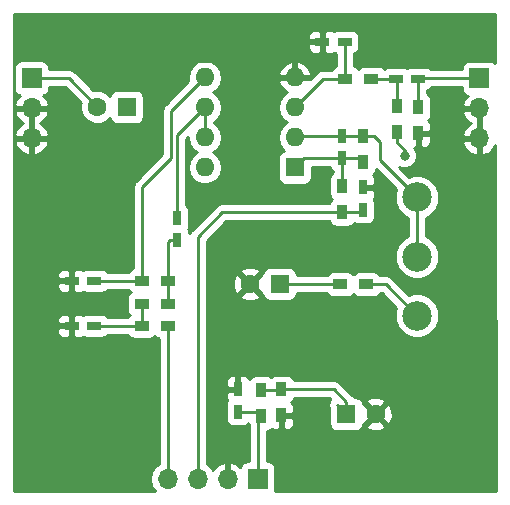
<source format=gbr>
G04 #@! TF.GenerationSoftware,KiCad,Pcbnew,(5.0.1-3-g963ef8bb5)*
G04 #@! TF.CreationDate,2018-12-13T09:38:25+09:00*
G04 #@! TF.ProjectId,guitarif,67756974617269662E6B696361645F70,rev?*
G04 #@! TF.SameCoordinates,Original*
G04 #@! TF.FileFunction,Copper,L1,Top,Signal*
G04 #@! TF.FilePolarity,Positive*
%FSLAX46Y46*%
G04 Gerber Fmt 4.6, Leading zero omitted, Abs format (unit mm)*
G04 Created by KiCad (PCBNEW (5.0.1-3-g963ef8bb5)) date 2018 December 13, Thursday 09:38:25*
%MOMM*%
%LPD*%
G01*
G04 APERTURE LIST*
G04 #@! TA.AperFunction,SMDPad,CuDef*
%ADD10R,1.200000X0.750000*%
G04 #@! TD*
G04 #@! TA.AperFunction,ComponentPad*
%ADD11C,1.600000*%
G04 #@! TD*
G04 #@! TA.AperFunction,ComponentPad*
%ADD12R,1.600000X1.600000*%
G04 #@! TD*
G04 #@! TA.AperFunction,SMDPad,CuDef*
%ADD13R,0.750000X1.200000*%
G04 #@! TD*
G04 #@! TA.AperFunction,ComponentPad*
%ADD14O,1.700000X1.700000*%
G04 #@! TD*
G04 #@! TA.AperFunction,ComponentPad*
%ADD15R,1.700000X1.700000*%
G04 #@! TD*
G04 #@! TA.AperFunction,SMDPad,CuDef*
%ADD16R,1.200000X0.900000*%
G04 #@! TD*
G04 #@! TA.AperFunction,SMDPad,CuDef*
%ADD17R,0.900000X1.200000*%
G04 #@! TD*
G04 #@! TA.AperFunction,ComponentPad*
%ADD18C,2.500000*%
G04 #@! TD*
G04 #@! TA.AperFunction,ComponentPad*
%ADD19O,1.600000X1.600000*%
G04 #@! TD*
G04 #@! TA.AperFunction,ViaPad*
%ADD20C,0.800000*%
G04 #@! TD*
G04 #@! TA.AperFunction,Conductor*
%ADD21C,0.250000*%
G04 #@! TD*
G04 #@! TA.AperFunction,Conductor*
%ADD22C,0.254000*%
G04 #@! TD*
G04 APERTURE END LIST*
D10*
G04 #@! TO.P,C1,2*
G04 #@! TO.N,Net-(C1-Pad2)*
X172650000Y-81450000D03*
G04 #@! TO.P,C1,1*
G04 #@! TO.N,/GND*
X170750000Y-81450000D03*
G04 #@! TD*
G04 #@! TO.P,C2,2*
G04 #@! TO.N,Net-(C2-Pad2)*
X200100000Y-60520000D03*
G04 #@! TO.P,C2,1*
G04 #@! TO.N,Net-(C2-Pad1)*
X198200000Y-60520000D03*
G04 #@! TD*
D11*
G04 #@! TO.P,C3,2*
G04 #@! TO.N,/GND*
X185840000Y-77900000D03*
D12*
G04 #@! TO.P,C3,1*
G04 #@! TO.N,Net-(C3-Pad1)*
X188340000Y-77900000D03*
G04 #@! TD*
D10*
G04 #@! TO.P,C4,1*
G04 #@! TO.N,/GND*
X170750000Y-77630000D03*
G04 #@! TO.P,C4,2*
G04 #@! TO.N,Net-(C4-Pad2)*
X172650000Y-77630000D03*
G04 #@! TD*
D13*
G04 #@! TO.P,C5,2*
G04 #@! TO.N,Net-(C5-Pad2)*
X179690000Y-72320000D03*
G04 #@! TO.P,C5,1*
G04 #@! TO.N,Net-(C5-Pad1)*
X179690000Y-74220000D03*
G04 #@! TD*
D10*
G04 #@! TO.P,C6,1*
G04 #@! TO.N,/GND*
X191950000Y-57400000D03*
G04 #@! TO.P,C6,2*
G04 #@! TO.N,Net-(C6-Pad2)*
X193850000Y-57400000D03*
G04 #@! TD*
D12*
G04 #@! TO.P,C7,1*
G04 #@! TO.N,Net-(C5-Pad2)*
X175420000Y-62920000D03*
D11*
G04 #@! TO.P,C7,2*
G04 #@! TO.N,Net-(C7-Pad2)*
X172920000Y-62920000D03*
G04 #@! TD*
D13*
G04 #@! TO.P,C8,1*
G04 #@! TO.N,Net-(C8-Pad1)*
X193620000Y-67250000D03*
G04 #@! TO.P,C8,2*
G04 #@! TO.N,Net-(C8-Pad2)*
X193620000Y-65350000D03*
G04 #@! TD*
G04 #@! TO.P,C9,1*
G04 #@! TO.N,/GND*
X184820000Y-86810000D03*
G04 #@! TO.P,C9,2*
G04 #@! TO.N,/3V3*
X184820000Y-88710000D03*
G04 #@! TD*
G04 #@! TO.P,C10,2*
G04 #@! TO.N,/GND*
X195390000Y-69720000D03*
G04 #@! TO.P,C10,1*
G04 #@! TO.N,/ADC_IN*
X195390000Y-71620000D03*
G04 #@! TD*
D11*
G04 #@! TO.P,C11,2*
G04 #@! TO.N,/GND*
X196470000Y-88920000D03*
D12*
G04 #@! TO.P,C11,1*
G04 #@! TO.N,/1V7*
X193970000Y-88920000D03*
G04 #@! TD*
D14*
G04 #@! TO.P,J1,3*
G04 #@! TO.N,/GND*
X205250000Y-65580000D03*
G04 #@! TO.P,J1,2*
X205250000Y-63040000D03*
D15*
G04 #@! TO.P,J1,1*
G04 #@! TO.N,Net-(C2-Pad2)*
X205250000Y-60500000D03*
G04 #@! TD*
G04 #@! TO.P,J2,1*
G04 #@! TO.N,Net-(C7-Pad2)*
X167340000Y-60480000D03*
D14*
G04 #@! TO.P,J2,2*
G04 #@! TO.N,/GND*
X167340000Y-63020000D03*
G04 #@! TO.P,J2,3*
X167340000Y-65560000D03*
G04 #@! TD*
G04 #@! TO.P,J3,4*
G04 #@! TO.N,/DAC_OUT*
X178880000Y-94390000D03*
G04 #@! TO.P,J3,3*
G04 #@! TO.N,/ADC_IN*
X181420000Y-94390000D03*
G04 #@! TO.P,J3,2*
G04 #@! TO.N,/GND*
X183960000Y-94390000D03*
D15*
G04 #@! TO.P,J3,1*
G04 #@! TO.N,/3V3*
X186500000Y-94390000D03*
G04 #@! TD*
D16*
G04 #@! TO.P,R1,2*
G04 #@! TO.N,/DAC_OUT*
X178860000Y-81470000D03*
G04 #@! TO.P,R1,1*
G04 #@! TO.N,Net-(C1-Pad2)*
X176660000Y-81470000D03*
G04 #@! TD*
D17*
G04 #@! TO.P,R2,2*
G04 #@! TO.N,/GND*
X200100000Y-65130000D03*
G04 #@! TO.P,R2,1*
G04 #@! TO.N,Net-(C2-Pad2)*
X200100000Y-62930000D03*
G04 #@! TD*
D16*
G04 #@! TO.P,R3,1*
G04 #@! TO.N,Net-(C5-Pad1)*
X178860000Y-79590000D03*
G04 #@! TO.P,R3,2*
G04 #@! TO.N,Net-(C1-Pad2)*
X176660000Y-79590000D03*
G04 #@! TD*
D17*
G04 #@! TO.P,R4,1*
G04 #@! TO.N,Net-(C2-Pad1)*
X198250000Y-62860000D03*
G04 #@! TO.P,R4,2*
G04 #@! TO.N,/1V7*
X198250000Y-65060000D03*
G04 #@! TD*
D16*
G04 #@! TO.P,R5,2*
G04 #@! TO.N,Net-(C5-Pad1)*
X178920000Y-77640000D03*
G04 #@! TO.P,R5,1*
G04 #@! TO.N,Net-(C4-Pad2)*
X176720000Y-77640000D03*
G04 #@! TD*
G04 #@! TO.P,R6,1*
G04 #@! TO.N,Net-(R6-Pad1)*
X195680000Y-77930000D03*
G04 #@! TO.P,R6,2*
G04 #@! TO.N,Net-(C3-Pad1)*
X193480000Y-77930000D03*
G04 #@! TD*
G04 #@! TO.P,R7,2*
G04 #@! TO.N,Net-(C2-Pad1)*
X196090000Y-60530000D03*
G04 #@! TO.P,R7,1*
G04 #@! TO.N,Net-(C6-Pad2)*
X193890000Y-60530000D03*
G04 #@! TD*
D17*
G04 #@! TO.P,R8,2*
G04 #@! TO.N,Net-(C8-Pad2)*
X195440000Y-65350000D03*
G04 #@! TO.P,R8,1*
G04 #@! TO.N,Net-(C8-Pad1)*
X195440000Y-67550000D03*
G04 #@! TD*
G04 #@! TO.P,R9,1*
G04 #@! TO.N,/ADC_IN*
X193620000Y-71820000D03*
G04 #@! TO.P,R9,2*
G04 #@! TO.N,Net-(C8-Pad1)*
X193620000Y-69620000D03*
G04 #@! TD*
G04 #@! TO.P,R10,1*
G04 #@! TO.N,/1V7*
X186800000Y-86870000D03*
G04 #@! TO.P,R10,2*
G04 #@! TO.N,/3V3*
X186800000Y-89070000D03*
G04 #@! TD*
G04 #@! TO.P,R11,2*
G04 #@! TO.N,/1V7*
X188480000Y-86820000D03*
G04 #@! TO.P,R11,1*
G04 #@! TO.N,/GND*
X188480000Y-89020000D03*
G04 #@! TD*
D18*
G04 #@! TO.P,RV1,1*
G04 #@! TO.N,Net-(C8-Pad2)*
X199980000Y-70580000D03*
G04 #@! TO.P,RV1,3*
G04 #@! TO.N,Net-(R6-Pad1)*
X199980000Y-80580000D03*
G04 #@! TO.P,RV1,2*
G04 #@! TO.N,Net-(C8-Pad2)*
X199980000Y-75580000D03*
G04 #@! TD*
D19*
G04 #@! TO.P,U1,8*
G04 #@! TO.N,/3V3*
X182010000Y-68040000D03*
G04 #@! TO.P,U1,4*
G04 #@! TO.N,/GND*
X189630000Y-60420000D03*
G04 #@! TO.P,U1,7*
G04 #@! TO.N,Net-(C5-Pad2)*
X182010000Y-65500000D03*
G04 #@! TO.P,U1,3*
G04 #@! TO.N,Net-(C6-Pad2)*
X189630000Y-62960000D03*
G04 #@! TO.P,U1,6*
G04 #@! TO.N,Net-(C5-Pad2)*
X182010000Y-62960000D03*
G04 #@! TO.P,U1,2*
G04 #@! TO.N,Net-(C8-Pad2)*
X189630000Y-65500000D03*
G04 #@! TO.P,U1,5*
G04 #@! TO.N,Net-(C4-Pad2)*
X182010000Y-60420000D03*
D12*
G04 #@! TO.P,U1,1*
G04 #@! TO.N,Net-(C8-Pad1)*
X189630000Y-68040000D03*
G04 #@! TD*
D20*
G04 #@! TO.N,/1V7*
X198950000Y-67060000D03*
G04 #@! TD*
D21*
G04 #@! TO.N,Net-(C1-Pad2)*
X172670000Y-81470000D02*
X172650000Y-81450000D01*
X176660000Y-81470000D02*
X172670000Y-81470000D01*
X176660000Y-81470000D02*
X176660000Y-79590000D01*
G04 #@! TO.N,/GND*
X204800000Y-65130000D02*
X205250000Y-65580000D01*
G04 #@! TO.N,Net-(C2-Pad2)*
X200120000Y-60500000D02*
X200100000Y-60520000D01*
X205250000Y-60500000D02*
X200120000Y-60500000D01*
X200100000Y-62930000D02*
X200100000Y-60520000D01*
G04 #@! TO.N,Net-(C2-Pad1)*
X198250000Y-60570000D02*
X198200000Y-60520000D01*
X198250000Y-62860000D02*
X198250000Y-60570000D01*
X196100000Y-60520000D02*
X196090000Y-60530000D01*
X198200000Y-60520000D02*
X196100000Y-60520000D01*
G04 #@! TO.N,Net-(C3-Pad1)*
X188370000Y-77930000D02*
X188340000Y-77900000D01*
X193480000Y-77930000D02*
X188370000Y-77930000D01*
G04 #@! TO.N,Net-(C4-Pad2)*
X172660000Y-77640000D02*
X172650000Y-77630000D01*
X176720000Y-77640000D02*
X172660000Y-77640000D01*
X176720000Y-77640000D02*
X176720000Y-69700000D01*
X176720000Y-69700000D02*
X179180000Y-67240000D01*
X179180000Y-63250000D02*
X182010000Y-60420000D01*
X179180000Y-67240000D02*
X179180000Y-63250000D01*
G04 #@! TO.N,Net-(C5-Pad2)*
X182000000Y-62970000D02*
X182010000Y-62960000D01*
X179690000Y-65280000D02*
X179690000Y-72320000D01*
X182010000Y-62960000D02*
X179690000Y-65280000D01*
X182010000Y-64091370D02*
X182010000Y-65500000D01*
X182010000Y-62960000D02*
X182010000Y-64091370D01*
G04 #@! TO.N,Net-(C5-Pad1)*
X178860000Y-77700000D02*
X178920000Y-77640000D01*
X178860000Y-79590000D02*
X178860000Y-77700000D01*
X179065000Y-74220000D02*
X179690000Y-74220000D01*
X178920000Y-74365000D02*
X179065000Y-74220000D01*
X178920000Y-77640000D02*
X178920000Y-74365000D01*
G04 #@! TO.N,Net-(C6-Pad2)*
X192060000Y-60530000D02*
X189630000Y-62960000D01*
X193890000Y-60530000D02*
X192060000Y-60530000D01*
X193890000Y-57440000D02*
X193850000Y-57400000D01*
X193890000Y-60530000D02*
X193890000Y-57440000D01*
G04 #@! TO.N,Net-(C7-Pad2)*
X170480000Y-60480000D02*
X167340000Y-60480000D01*
X172920000Y-62920000D02*
X170480000Y-60480000D01*
G04 #@! TO.N,Net-(C8-Pad1)*
X193620000Y-67475000D02*
X193620000Y-67250000D01*
X195140000Y-67250000D02*
X195440000Y-67550000D01*
X193620000Y-67250000D02*
X195140000Y-67250000D01*
X193620000Y-69470000D02*
X193620000Y-69620000D01*
X193620000Y-69620000D02*
X193620000Y-67250000D01*
X190420000Y-67250000D02*
X189630000Y-68040000D01*
X193620000Y-67250000D02*
X190420000Y-67250000D01*
G04 #@! TO.N,Net-(C8-Pad2)*
X195440000Y-65350000D02*
X193620000Y-65350000D01*
X189780000Y-65350000D02*
X189630000Y-65500000D01*
X193620000Y-65350000D02*
X189780000Y-65350000D01*
X199980000Y-70580000D02*
X196830000Y-67430000D01*
X196830000Y-67430000D02*
X196830000Y-65860000D01*
X196320000Y-65350000D02*
X195440000Y-65350000D01*
X196830000Y-65860000D02*
X196320000Y-65350000D01*
X199980000Y-70580000D02*
X199980000Y-75580000D01*
G04 #@! TO.N,/3V3*
X186500000Y-89370000D02*
X186800000Y-89070000D01*
X186500000Y-94390000D02*
X186500000Y-89370000D01*
X186440000Y-88710000D02*
X186800000Y-89070000D01*
X184820000Y-88710000D02*
X186440000Y-88710000D01*
G04 #@! TO.N,/ADC_IN*
X195190000Y-71820000D02*
X195390000Y-71620000D01*
X193620000Y-71820000D02*
X195190000Y-71820000D01*
X193620000Y-71820000D02*
X183510000Y-71820000D01*
X183510000Y-71820000D02*
X181410000Y-73920000D01*
X181410000Y-93177919D02*
X181410000Y-73920000D01*
X181420000Y-93187919D02*
X181410000Y-93177919D01*
X181420000Y-94390000D02*
X181420000Y-93187919D01*
G04 #@! TO.N,/1V7*
X193210000Y-88160000D02*
X193970000Y-88920000D01*
X188430000Y-86870000D02*
X188480000Y-86820000D01*
X186800000Y-86870000D02*
X188430000Y-86870000D01*
X193970000Y-87870000D02*
X193970000Y-88920000D01*
X192920000Y-86820000D02*
X193970000Y-87870000D01*
X188480000Y-86820000D02*
X192920000Y-86820000D01*
X198250000Y-65910000D02*
X198950000Y-66610000D01*
X198250000Y-65060000D02*
X198250000Y-65910000D01*
X198950000Y-66610000D02*
X198950000Y-67060000D01*
G04 #@! TO.N,/DAC_OUT*
X178870000Y-81480000D02*
X178860000Y-81470000D01*
X178860000Y-94370000D02*
X178880000Y-94390000D01*
X178860000Y-81470000D02*
X178860000Y-94370000D01*
G04 #@! TO.N,Net-(R6-Pad1)*
X197330000Y-77930000D02*
X195680000Y-77930000D01*
X199980000Y-80580000D02*
X197330000Y-77930000D01*
G04 #@! TD*
D22*
G04 #@! TO.N,/GND*
G36*
X206583640Y-59230849D02*
X206557809Y-59192191D01*
X206347765Y-59051843D01*
X206100000Y-59002560D01*
X204400000Y-59002560D01*
X204152235Y-59051843D01*
X203942191Y-59192191D01*
X203801843Y-59402235D01*
X203752560Y-59650000D01*
X203752560Y-59740000D01*
X201193095Y-59740000D01*
X201157809Y-59687191D01*
X200947765Y-59546843D01*
X200700000Y-59497560D01*
X199500000Y-59497560D01*
X199252235Y-59546843D01*
X199150000Y-59615155D01*
X199047765Y-59546843D01*
X198800000Y-59497560D01*
X197600000Y-59497560D01*
X197352235Y-59546843D01*
X197176101Y-59664533D01*
X197147809Y-59622191D01*
X196937765Y-59481843D01*
X196690000Y-59432560D01*
X195490000Y-59432560D01*
X195242235Y-59481843D01*
X195032191Y-59622191D01*
X194990000Y-59685334D01*
X194947809Y-59622191D01*
X194737765Y-59481843D01*
X194650000Y-59464386D01*
X194650000Y-58382658D01*
X194697765Y-58373157D01*
X194907809Y-58232809D01*
X195048157Y-58022765D01*
X195097440Y-57775000D01*
X195097440Y-57025000D01*
X195048157Y-56777235D01*
X194907809Y-56567191D01*
X194697765Y-56426843D01*
X194450000Y-56377560D01*
X193250000Y-56377560D01*
X193002235Y-56426843D01*
X192910898Y-56487873D01*
X192909698Y-56486673D01*
X192676309Y-56390000D01*
X192235750Y-56390000D01*
X192077000Y-56548750D01*
X192077000Y-57273000D01*
X192097000Y-57273000D01*
X192097000Y-57527000D01*
X192077000Y-57527000D01*
X192077000Y-58251250D01*
X192235750Y-58410000D01*
X192676309Y-58410000D01*
X192909698Y-58313327D01*
X192910898Y-58312127D01*
X193002235Y-58373157D01*
X193130001Y-58398571D01*
X193130000Y-59464386D01*
X193042235Y-59481843D01*
X192832191Y-59622191D01*
X192733427Y-59770000D01*
X192134847Y-59770000D01*
X192060000Y-59755112D01*
X191985153Y-59770000D01*
X191985148Y-59770000D01*
X191763463Y-59814096D01*
X191512071Y-59982071D01*
X191469671Y-60045527D01*
X190924128Y-60591071D01*
X190899915Y-60547000D01*
X189757000Y-60547000D01*
X189757000Y-60567000D01*
X189503000Y-60567000D01*
X189503000Y-60547000D01*
X188360085Y-60547000D01*
X188238096Y-60769039D01*
X188398959Y-61157423D01*
X188774866Y-61572389D01*
X188979108Y-61669053D01*
X188595423Y-61925423D01*
X188278260Y-62400091D01*
X188166887Y-62960000D01*
X188278260Y-63519909D01*
X188595423Y-63994577D01*
X188947758Y-64230000D01*
X188595423Y-64465423D01*
X188278260Y-64940091D01*
X188166887Y-65500000D01*
X188278260Y-66059909D01*
X188595423Y-66534577D01*
X188716106Y-66615215D01*
X188582235Y-66641843D01*
X188372191Y-66782191D01*
X188231843Y-66992235D01*
X188182560Y-67240000D01*
X188182560Y-68840000D01*
X188231843Y-69087765D01*
X188372191Y-69297809D01*
X188582235Y-69438157D01*
X188830000Y-69487440D01*
X190430000Y-69487440D01*
X190677765Y-69438157D01*
X190887809Y-69297809D01*
X191028157Y-69087765D01*
X191077440Y-68840000D01*
X191077440Y-68010000D01*
X192629386Y-68010000D01*
X192646843Y-68097765D01*
X192787191Y-68307809D01*
X192860001Y-68356459D01*
X192860000Y-68463427D01*
X192712191Y-68562191D01*
X192571843Y-68772235D01*
X192522560Y-69020000D01*
X192522560Y-70220000D01*
X192571843Y-70467765D01*
X192712191Y-70677809D01*
X192775334Y-70720000D01*
X192712191Y-70762191D01*
X192571843Y-70972235D01*
X192554386Y-71060000D01*
X183584846Y-71060000D01*
X183509999Y-71045112D01*
X183435152Y-71060000D01*
X183435148Y-71060000D01*
X183213463Y-71104096D01*
X183150902Y-71145898D01*
X183025526Y-71229671D01*
X183025524Y-71229673D01*
X182962071Y-71272071D01*
X182919673Y-71335524D01*
X180925528Y-73329671D01*
X180862072Y-73372071D01*
X180819672Y-73435527D01*
X180819671Y-73435528D01*
X180708763Y-73601514D01*
X180663157Y-73372235D01*
X180594845Y-73270000D01*
X180663157Y-73167765D01*
X180712440Y-72920000D01*
X180712440Y-71720000D01*
X180663157Y-71472235D01*
X180522809Y-71262191D01*
X180450000Y-71213541D01*
X180450000Y-65594801D01*
X180547405Y-65497396D01*
X180546887Y-65500000D01*
X180658260Y-66059909D01*
X180975423Y-66534577D01*
X181327758Y-66770000D01*
X180975423Y-67005423D01*
X180658260Y-67480091D01*
X180546887Y-68040000D01*
X180658260Y-68599909D01*
X180975423Y-69074577D01*
X181450091Y-69391740D01*
X181868667Y-69475000D01*
X182151333Y-69475000D01*
X182569909Y-69391740D01*
X183044577Y-69074577D01*
X183361740Y-68599909D01*
X183473113Y-68040000D01*
X183361740Y-67480091D01*
X183044577Y-67005423D01*
X182692242Y-66770000D01*
X183044577Y-66534577D01*
X183361740Y-66059909D01*
X183473113Y-65500000D01*
X183361740Y-64940091D01*
X183044577Y-64465423D01*
X182770000Y-64281957D01*
X182770000Y-64178043D01*
X183044577Y-63994577D01*
X183361740Y-63519909D01*
X183473113Y-62960000D01*
X183361740Y-62400091D01*
X183044577Y-61925423D01*
X182692242Y-61690000D01*
X183044577Y-61454577D01*
X183361740Y-60979909D01*
X183473113Y-60420000D01*
X183403685Y-60070961D01*
X188238096Y-60070961D01*
X188360085Y-60293000D01*
X189503000Y-60293000D01*
X189503000Y-59149371D01*
X189757000Y-59149371D01*
X189757000Y-60293000D01*
X190899915Y-60293000D01*
X191021904Y-60070961D01*
X190861041Y-59682577D01*
X190485134Y-59267611D01*
X189979041Y-59028086D01*
X189757000Y-59149371D01*
X189503000Y-59149371D01*
X189280959Y-59028086D01*
X188774866Y-59267611D01*
X188398959Y-59682577D01*
X188238096Y-60070961D01*
X183403685Y-60070961D01*
X183361740Y-59860091D01*
X183044577Y-59385423D01*
X182569909Y-59068260D01*
X182151333Y-58985000D01*
X181868667Y-58985000D01*
X181450091Y-59068260D01*
X180975423Y-59385423D01*
X180658260Y-59860091D01*
X180546887Y-60420000D01*
X180611312Y-60743886D01*
X178695528Y-62659671D01*
X178632072Y-62702071D01*
X178589672Y-62765527D01*
X178589671Y-62765528D01*
X178464097Y-62953463D01*
X178405112Y-63250000D01*
X178420001Y-63324852D01*
X178420000Y-66925197D01*
X176235528Y-69109671D01*
X176172072Y-69152071D01*
X176129672Y-69215527D01*
X176129671Y-69215528D01*
X176004097Y-69403463D01*
X175945112Y-69700000D01*
X175960001Y-69774852D01*
X175960000Y-76574386D01*
X175872235Y-76591843D01*
X175662191Y-76732191D01*
X175563427Y-76880000D01*
X173763141Y-76880000D01*
X173707809Y-76797191D01*
X173497765Y-76656843D01*
X173250000Y-76607560D01*
X172050000Y-76607560D01*
X171802235Y-76656843D01*
X171710898Y-76717873D01*
X171709698Y-76716673D01*
X171476309Y-76620000D01*
X171035750Y-76620000D01*
X170877000Y-76778750D01*
X170877000Y-77503000D01*
X170897000Y-77503000D01*
X170897000Y-77757000D01*
X170877000Y-77757000D01*
X170877000Y-78481250D01*
X171035750Y-78640000D01*
X171476309Y-78640000D01*
X171709698Y-78543327D01*
X171710898Y-78542127D01*
X171802235Y-78603157D01*
X172050000Y-78652440D01*
X173250000Y-78652440D01*
X173497765Y-78603157D01*
X173707809Y-78462809D01*
X173749777Y-78400000D01*
X175563427Y-78400000D01*
X175662191Y-78547809D01*
X175732749Y-78594954D01*
X175602191Y-78682191D01*
X175461843Y-78892235D01*
X175412560Y-79140000D01*
X175412560Y-80040000D01*
X175461843Y-80287765D01*
X175602191Y-80497809D01*
X175650368Y-80530000D01*
X175602191Y-80562191D01*
X175503427Y-80710000D01*
X173769822Y-80710000D01*
X173707809Y-80617191D01*
X173497765Y-80476843D01*
X173250000Y-80427560D01*
X172050000Y-80427560D01*
X171802235Y-80476843D01*
X171710898Y-80537873D01*
X171709698Y-80536673D01*
X171476309Y-80440000D01*
X171035750Y-80440000D01*
X170877000Y-80598750D01*
X170877000Y-81323000D01*
X170897000Y-81323000D01*
X170897000Y-81577000D01*
X170877000Y-81577000D01*
X170877000Y-82301250D01*
X171035750Y-82460000D01*
X171476309Y-82460000D01*
X171709698Y-82363327D01*
X171710898Y-82362127D01*
X171802235Y-82423157D01*
X172050000Y-82472440D01*
X173250000Y-82472440D01*
X173497765Y-82423157D01*
X173707809Y-82282809D01*
X173743095Y-82230000D01*
X175503427Y-82230000D01*
X175602191Y-82377809D01*
X175812235Y-82518157D01*
X176060000Y-82567440D01*
X177260000Y-82567440D01*
X177507765Y-82518157D01*
X177717809Y-82377809D01*
X177760000Y-82314666D01*
X177802191Y-82377809D01*
X178012235Y-82518157D01*
X178100000Y-82535614D01*
X178100001Y-93125185D01*
X177809375Y-93319375D01*
X177481161Y-93810582D01*
X177365908Y-94390000D01*
X177481161Y-94969418D01*
X177809375Y-95460625D01*
X177827895Y-95473000D01*
X165827000Y-95473000D01*
X165827000Y-81735750D01*
X169515000Y-81735750D01*
X169515000Y-81951310D01*
X169611673Y-82184699D01*
X169790302Y-82363327D01*
X170023691Y-82460000D01*
X170464250Y-82460000D01*
X170623000Y-82301250D01*
X170623000Y-81577000D01*
X169673750Y-81577000D01*
X169515000Y-81735750D01*
X165827000Y-81735750D01*
X165827000Y-80948690D01*
X169515000Y-80948690D01*
X169515000Y-81164250D01*
X169673750Y-81323000D01*
X170623000Y-81323000D01*
X170623000Y-80598750D01*
X170464250Y-80440000D01*
X170023691Y-80440000D01*
X169790302Y-80536673D01*
X169611673Y-80715301D01*
X169515000Y-80948690D01*
X165827000Y-80948690D01*
X165827000Y-77915750D01*
X169515000Y-77915750D01*
X169515000Y-78131310D01*
X169611673Y-78364699D01*
X169790302Y-78543327D01*
X170023691Y-78640000D01*
X170464250Y-78640000D01*
X170623000Y-78481250D01*
X170623000Y-77757000D01*
X169673750Y-77757000D01*
X169515000Y-77915750D01*
X165827000Y-77915750D01*
X165827000Y-77128690D01*
X169515000Y-77128690D01*
X169515000Y-77344250D01*
X169673750Y-77503000D01*
X170623000Y-77503000D01*
X170623000Y-76778750D01*
X170464250Y-76620000D01*
X170023691Y-76620000D01*
X169790302Y-76716673D01*
X169611673Y-76895301D01*
X169515000Y-77128690D01*
X165827000Y-77128690D01*
X165827000Y-65916890D01*
X165898524Y-65916890D01*
X166068355Y-66326924D01*
X166458642Y-66755183D01*
X166983108Y-67001486D01*
X167213000Y-66880819D01*
X167213000Y-65687000D01*
X167467000Y-65687000D01*
X167467000Y-66880819D01*
X167696892Y-67001486D01*
X168221358Y-66755183D01*
X168611645Y-66326924D01*
X168781476Y-65916890D01*
X168660155Y-65687000D01*
X167467000Y-65687000D01*
X167213000Y-65687000D01*
X166019845Y-65687000D01*
X165898524Y-65916890D01*
X165827000Y-65916890D01*
X165827000Y-63376890D01*
X165898524Y-63376890D01*
X166068355Y-63786924D01*
X166458642Y-64215183D01*
X166617954Y-64290000D01*
X166458642Y-64364817D01*
X166068355Y-64793076D01*
X165898524Y-65203110D01*
X166019845Y-65433000D01*
X167213000Y-65433000D01*
X167213000Y-63147000D01*
X167467000Y-63147000D01*
X167467000Y-65433000D01*
X168660155Y-65433000D01*
X168781476Y-65203110D01*
X168611645Y-64793076D01*
X168221358Y-64364817D01*
X168062046Y-64290000D01*
X168221358Y-64215183D01*
X168611645Y-63786924D01*
X168781476Y-63376890D01*
X168660155Y-63147000D01*
X167467000Y-63147000D01*
X167213000Y-63147000D01*
X166019845Y-63147000D01*
X165898524Y-63376890D01*
X165827000Y-63376890D01*
X165827000Y-59630000D01*
X165842560Y-59630000D01*
X165842560Y-61330000D01*
X165891843Y-61577765D01*
X166032191Y-61787809D01*
X166242235Y-61928157D01*
X166345708Y-61948739D01*
X166068355Y-62253076D01*
X165898524Y-62663110D01*
X166019845Y-62893000D01*
X167213000Y-62893000D01*
X167213000Y-62873000D01*
X167467000Y-62873000D01*
X167467000Y-62893000D01*
X168660155Y-62893000D01*
X168781476Y-62663110D01*
X168611645Y-62253076D01*
X168334292Y-61948739D01*
X168437765Y-61928157D01*
X168647809Y-61787809D01*
X168788157Y-61577765D01*
X168837440Y-61330000D01*
X168837440Y-61240000D01*
X170165199Y-61240000D01*
X171506897Y-62581698D01*
X171485000Y-62634561D01*
X171485000Y-63205439D01*
X171703466Y-63732862D01*
X172107138Y-64136534D01*
X172634561Y-64355000D01*
X173205439Y-64355000D01*
X173732862Y-64136534D01*
X174001899Y-63867497D01*
X174021843Y-63967765D01*
X174162191Y-64177809D01*
X174372235Y-64318157D01*
X174620000Y-64367440D01*
X176220000Y-64367440D01*
X176467765Y-64318157D01*
X176677809Y-64177809D01*
X176818157Y-63967765D01*
X176867440Y-63720000D01*
X176867440Y-62120000D01*
X176818157Y-61872235D01*
X176677809Y-61662191D01*
X176467765Y-61521843D01*
X176220000Y-61472560D01*
X174620000Y-61472560D01*
X174372235Y-61521843D01*
X174162191Y-61662191D01*
X174021843Y-61872235D01*
X174001899Y-61972503D01*
X173732862Y-61703466D01*
X173205439Y-61485000D01*
X172634561Y-61485000D01*
X172581698Y-61506897D01*
X171070331Y-59995530D01*
X171027929Y-59932071D01*
X170776537Y-59764096D01*
X170554852Y-59720000D01*
X170554847Y-59720000D01*
X170480000Y-59705112D01*
X170405153Y-59720000D01*
X168837440Y-59720000D01*
X168837440Y-59630000D01*
X168788157Y-59382235D01*
X168647809Y-59172191D01*
X168437765Y-59031843D01*
X168190000Y-58982560D01*
X166490000Y-58982560D01*
X166242235Y-59031843D01*
X166032191Y-59172191D01*
X165891843Y-59382235D01*
X165842560Y-59630000D01*
X165827000Y-59630000D01*
X165827000Y-57685750D01*
X190715000Y-57685750D01*
X190715000Y-57901310D01*
X190811673Y-58134699D01*
X190990302Y-58313327D01*
X191223691Y-58410000D01*
X191664250Y-58410000D01*
X191823000Y-58251250D01*
X191823000Y-57527000D01*
X190873750Y-57527000D01*
X190715000Y-57685750D01*
X165827000Y-57685750D01*
X165827000Y-56898690D01*
X190715000Y-56898690D01*
X190715000Y-57114250D01*
X190873750Y-57273000D01*
X191823000Y-57273000D01*
X191823000Y-56548750D01*
X191664250Y-56390000D01*
X191223691Y-56390000D01*
X190990302Y-56486673D01*
X190811673Y-56665301D01*
X190715000Y-56898690D01*
X165827000Y-56898690D01*
X165827000Y-55027000D01*
X206573311Y-55027000D01*
X206583640Y-59230849D01*
X206583640Y-59230849D01*
G37*
X206583640Y-59230849D02*
X206557809Y-59192191D01*
X206347765Y-59051843D01*
X206100000Y-59002560D01*
X204400000Y-59002560D01*
X204152235Y-59051843D01*
X203942191Y-59192191D01*
X203801843Y-59402235D01*
X203752560Y-59650000D01*
X203752560Y-59740000D01*
X201193095Y-59740000D01*
X201157809Y-59687191D01*
X200947765Y-59546843D01*
X200700000Y-59497560D01*
X199500000Y-59497560D01*
X199252235Y-59546843D01*
X199150000Y-59615155D01*
X199047765Y-59546843D01*
X198800000Y-59497560D01*
X197600000Y-59497560D01*
X197352235Y-59546843D01*
X197176101Y-59664533D01*
X197147809Y-59622191D01*
X196937765Y-59481843D01*
X196690000Y-59432560D01*
X195490000Y-59432560D01*
X195242235Y-59481843D01*
X195032191Y-59622191D01*
X194990000Y-59685334D01*
X194947809Y-59622191D01*
X194737765Y-59481843D01*
X194650000Y-59464386D01*
X194650000Y-58382658D01*
X194697765Y-58373157D01*
X194907809Y-58232809D01*
X195048157Y-58022765D01*
X195097440Y-57775000D01*
X195097440Y-57025000D01*
X195048157Y-56777235D01*
X194907809Y-56567191D01*
X194697765Y-56426843D01*
X194450000Y-56377560D01*
X193250000Y-56377560D01*
X193002235Y-56426843D01*
X192910898Y-56487873D01*
X192909698Y-56486673D01*
X192676309Y-56390000D01*
X192235750Y-56390000D01*
X192077000Y-56548750D01*
X192077000Y-57273000D01*
X192097000Y-57273000D01*
X192097000Y-57527000D01*
X192077000Y-57527000D01*
X192077000Y-58251250D01*
X192235750Y-58410000D01*
X192676309Y-58410000D01*
X192909698Y-58313327D01*
X192910898Y-58312127D01*
X193002235Y-58373157D01*
X193130001Y-58398571D01*
X193130000Y-59464386D01*
X193042235Y-59481843D01*
X192832191Y-59622191D01*
X192733427Y-59770000D01*
X192134847Y-59770000D01*
X192060000Y-59755112D01*
X191985153Y-59770000D01*
X191985148Y-59770000D01*
X191763463Y-59814096D01*
X191512071Y-59982071D01*
X191469671Y-60045527D01*
X190924128Y-60591071D01*
X190899915Y-60547000D01*
X189757000Y-60547000D01*
X189757000Y-60567000D01*
X189503000Y-60567000D01*
X189503000Y-60547000D01*
X188360085Y-60547000D01*
X188238096Y-60769039D01*
X188398959Y-61157423D01*
X188774866Y-61572389D01*
X188979108Y-61669053D01*
X188595423Y-61925423D01*
X188278260Y-62400091D01*
X188166887Y-62960000D01*
X188278260Y-63519909D01*
X188595423Y-63994577D01*
X188947758Y-64230000D01*
X188595423Y-64465423D01*
X188278260Y-64940091D01*
X188166887Y-65500000D01*
X188278260Y-66059909D01*
X188595423Y-66534577D01*
X188716106Y-66615215D01*
X188582235Y-66641843D01*
X188372191Y-66782191D01*
X188231843Y-66992235D01*
X188182560Y-67240000D01*
X188182560Y-68840000D01*
X188231843Y-69087765D01*
X188372191Y-69297809D01*
X188582235Y-69438157D01*
X188830000Y-69487440D01*
X190430000Y-69487440D01*
X190677765Y-69438157D01*
X190887809Y-69297809D01*
X191028157Y-69087765D01*
X191077440Y-68840000D01*
X191077440Y-68010000D01*
X192629386Y-68010000D01*
X192646843Y-68097765D01*
X192787191Y-68307809D01*
X192860001Y-68356459D01*
X192860000Y-68463427D01*
X192712191Y-68562191D01*
X192571843Y-68772235D01*
X192522560Y-69020000D01*
X192522560Y-70220000D01*
X192571843Y-70467765D01*
X192712191Y-70677809D01*
X192775334Y-70720000D01*
X192712191Y-70762191D01*
X192571843Y-70972235D01*
X192554386Y-71060000D01*
X183584846Y-71060000D01*
X183509999Y-71045112D01*
X183435152Y-71060000D01*
X183435148Y-71060000D01*
X183213463Y-71104096D01*
X183150902Y-71145898D01*
X183025526Y-71229671D01*
X183025524Y-71229673D01*
X182962071Y-71272071D01*
X182919673Y-71335524D01*
X180925528Y-73329671D01*
X180862072Y-73372071D01*
X180819672Y-73435527D01*
X180819671Y-73435528D01*
X180708763Y-73601514D01*
X180663157Y-73372235D01*
X180594845Y-73270000D01*
X180663157Y-73167765D01*
X180712440Y-72920000D01*
X180712440Y-71720000D01*
X180663157Y-71472235D01*
X180522809Y-71262191D01*
X180450000Y-71213541D01*
X180450000Y-65594801D01*
X180547405Y-65497396D01*
X180546887Y-65500000D01*
X180658260Y-66059909D01*
X180975423Y-66534577D01*
X181327758Y-66770000D01*
X180975423Y-67005423D01*
X180658260Y-67480091D01*
X180546887Y-68040000D01*
X180658260Y-68599909D01*
X180975423Y-69074577D01*
X181450091Y-69391740D01*
X181868667Y-69475000D01*
X182151333Y-69475000D01*
X182569909Y-69391740D01*
X183044577Y-69074577D01*
X183361740Y-68599909D01*
X183473113Y-68040000D01*
X183361740Y-67480091D01*
X183044577Y-67005423D01*
X182692242Y-66770000D01*
X183044577Y-66534577D01*
X183361740Y-66059909D01*
X183473113Y-65500000D01*
X183361740Y-64940091D01*
X183044577Y-64465423D01*
X182770000Y-64281957D01*
X182770000Y-64178043D01*
X183044577Y-63994577D01*
X183361740Y-63519909D01*
X183473113Y-62960000D01*
X183361740Y-62400091D01*
X183044577Y-61925423D01*
X182692242Y-61690000D01*
X183044577Y-61454577D01*
X183361740Y-60979909D01*
X183473113Y-60420000D01*
X183403685Y-60070961D01*
X188238096Y-60070961D01*
X188360085Y-60293000D01*
X189503000Y-60293000D01*
X189503000Y-59149371D01*
X189757000Y-59149371D01*
X189757000Y-60293000D01*
X190899915Y-60293000D01*
X191021904Y-60070961D01*
X190861041Y-59682577D01*
X190485134Y-59267611D01*
X189979041Y-59028086D01*
X189757000Y-59149371D01*
X189503000Y-59149371D01*
X189280959Y-59028086D01*
X188774866Y-59267611D01*
X188398959Y-59682577D01*
X188238096Y-60070961D01*
X183403685Y-60070961D01*
X183361740Y-59860091D01*
X183044577Y-59385423D01*
X182569909Y-59068260D01*
X182151333Y-58985000D01*
X181868667Y-58985000D01*
X181450091Y-59068260D01*
X180975423Y-59385423D01*
X180658260Y-59860091D01*
X180546887Y-60420000D01*
X180611312Y-60743886D01*
X178695528Y-62659671D01*
X178632072Y-62702071D01*
X178589672Y-62765527D01*
X178589671Y-62765528D01*
X178464097Y-62953463D01*
X178405112Y-63250000D01*
X178420001Y-63324852D01*
X178420000Y-66925197D01*
X176235528Y-69109671D01*
X176172072Y-69152071D01*
X176129672Y-69215527D01*
X176129671Y-69215528D01*
X176004097Y-69403463D01*
X175945112Y-69700000D01*
X175960001Y-69774852D01*
X175960000Y-76574386D01*
X175872235Y-76591843D01*
X175662191Y-76732191D01*
X175563427Y-76880000D01*
X173763141Y-76880000D01*
X173707809Y-76797191D01*
X173497765Y-76656843D01*
X173250000Y-76607560D01*
X172050000Y-76607560D01*
X171802235Y-76656843D01*
X171710898Y-76717873D01*
X171709698Y-76716673D01*
X171476309Y-76620000D01*
X171035750Y-76620000D01*
X170877000Y-76778750D01*
X170877000Y-77503000D01*
X170897000Y-77503000D01*
X170897000Y-77757000D01*
X170877000Y-77757000D01*
X170877000Y-78481250D01*
X171035750Y-78640000D01*
X171476309Y-78640000D01*
X171709698Y-78543327D01*
X171710898Y-78542127D01*
X171802235Y-78603157D01*
X172050000Y-78652440D01*
X173250000Y-78652440D01*
X173497765Y-78603157D01*
X173707809Y-78462809D01*
X173749777Y-78400000D01*
X175563427Y-78400000D01*
X175662191Y-78547809D01*
X175732749Y-78594954D01*
X175602191Y-78682191D01*
X175461843Y-78892235D01*
X175412560Y-79140000D01*
X175412560Y-80040000D01*
X175461843Y-80287765D01*
X175602191Y-80497809D01*
X175650368Y-80530000D01*
X175602191Y-80562191D01*
X175503427Y-80710000D01*
X173769822Y-80710000D01*
X173707809Y-80617191D01*
X173497765Y-80476843D01*
X173250000Y-80427560D01*
X172050000Y-80427560D01*
X171802235Y-80476843D01*
X171710898Y-80537873D01*
X171709698Y-80536673D01*
X171476309Y-80440000D01*
X171035750Y-80440000D01*
X170877000Y-80598750D01*
X170877000Y-81323000D01*
X170897000Y-81323000D01*
X170897000Y-81577000D01*
X170877000Y-81577000D01*
X170877000Y-82301250D01*
X171035750Y-82460000D01*
X171476309Y-82460000D01*
X171709698Y-82363327D01*
X171710898Y-82362127D01*
X171802235Y-82423157D01*
X172050000Y-82472440D01*
X173250000Y-82472440D01*
X173497765Y-82423157D01*
X173707809Y-82282809D01*
X173743095Y-82230000D01*
X175503427Y-82230000D01*
X175602191Y-82377809D01*
X175812235Y-82518157D01*
X176060000Y-82567440D01*
X177260000Y-82567440D01*
X177507765Y-82518157D01*
X177717809Y-82377809D01*
X177760000Y-82314666D01*
X177802191Y-82377809D01*
X178012235Y-82518157D01*
X178100000Y-82535614D01*
X178100001Y-93125185D01*
X177809375Y-93319375D01*
X177481161Y-93810582D01*
X177365908Y-94390000D01*
X177481161Y-94969418D01*
X177809375Y-95460625D01*
X177827895Y-95473000D01*
X165827000Y-95473000D01*
X165827000Y-81735750D01*
X169515000Y-81735750D01*
X169515000Y-81951310D01*
X169611673Y-82184699D01*
X169790302Y-82363327D01*
X170023691Y-82460000D01*
X170464250Y-82460000D01*
X170623000Y-82301250D01*
X170623000Y-81577000D01*
X169673750Y-81577000D01*
X169515000Y-81735750D01*
X165827000Y-81735750D01*
X165827000Y-80948690D01*
X169515000Y-80948690D01*
X169515000Y-81164250D01*
X169673750Y-81323000D01*
X170623000Y-81323000D01*
X170623000Y-80598750D01*
X170464250Y-80440000D01*
X170023691Y-80440000D01*
X169790302Y-80536673D01*
X169611673Y-80715301D01*
X169515000Y-80948690D01*
X165827000Y-80948690D01*
X165827000Y-77915750D01*
X169515000Y-77915750D01*
X169515000Y-78131310D01*
X169611673Y-78364699D01*
X169790302Y-78543327D01*
X170023691Y-78640000D01*
X170464250Y-78640000D01*
X170623000Y-78481250D01*
X170623000Y-77757000D01*
X169673750Y-77757000D01*
X169515000Y-77915750D01*
X165827000Y-77915750D01*
X165827000Y-77128690D01*
X169515000Y-77128690D01*
X169515000Y-77344250D01*
X169673750Y-77503000D01*
X170623000Y-77503000D01*
X170623000Y-76778750D01*
X170464250Y-76620000D01*
X170023691Y-76620000D01*
X169790302Y-76716673D01*
X169611673Y-76895301D01*
X169515000Y-77128690D01*
X165827000Y-77128690D01*
X165827000Y-65916890D01*
X165898524Y-65916890D01*
X166068355Y-66326924D01*
X166458642Y-66755183D01*
X166983108Y-67001486D01*
X167213000Y-66880819D01*
X167213000Y-65687000D01*
X167467000Y-65687000D01*
X167467000Y-66880819D01*
X167696892Y-67001486D01*
X168221358Y-66755183D01*
X168611645Y-66326924D01*
X168781476Y-65916890D01*
X168660155Y-65687000D01*
X167467000Y-65687000D01*
X167213000Y-65687000D01*
X166019845Y-65687000D01*
X165898524Y-65916890D01*
X165827000Y-65916890D01*
X165827000Y-63376890D01*
X165898524Y-63376890D01*
X166068355Y-63786924D01*
X166458642Y-64215183D01*
X166617954Y-64290000D01*
X166458642Y-64364817D01*
X166068355Y-64793076D01*
X165898524Y-65203110D01*
X166019845Y-65433000D01*
X167213000Y-65433000D01*
X167213000Y-63147000D01*
X167467000Y-63147000D01*
X167467000Y-65433000D01*
X168660155Y-65433000D01*
X168781476Y-65203110D01*
X168611645Y-64793076D01*
X168221358Y-64364817D01*
X168062046Y-64290000D01*
X168221358Y-64215183D01*
X168611645Y-63786924D01*
X168781476Y-63376890D01*
X168660155Y-63147000D01*
X167467000Y-63147000D01*
X167213000Y-63147000D01*
X166019845Y-63147000D01*
X165898524Y-63376890D01*
X165827000Y-63376890D01*
X165827000Y-59630000D01*
X165842560Y-59630000D01*
X165842560Y-61330000D01*
X165891843Y-61577765D01*
X166032191Y-61787809D01*
X166242235Y-61928157D01*
X166345708Y-61948739D01*
X166068355Y-62253076D01*
X165898524Y-62663110D01*
X166019845Y-62893000D01*
X167213000Y-62893000D01*
X167213000Y-62873000D01*
X167467000Y-62873000D01*
X167467000Y-62893000D01*
X168660155Y-62893000D01*
X168781476Y-62663110D01*
X168611645Y-62253076D01*
X168334292Y-61948739D01*
X168437765Y-61928157D01*
X168647809Y-61787809D01*
X168788157Y-61577765D01*
X168837440Y-61330000D01*
X168837440Y-61240000D01*
X170165199Y-61240000D01*
X171506897Y-62581698D01*
X171485000Y-62634561D01*
X171485000Y-63205439D01*
X171703466Y-63732862D01*
X172107138Y-64136534D01*
X172634561Y-64355000D01*
X173205439Y-64355000D01*
X173732862Y-64136534D01*
X174001899Y-63867497D01*
X174021843Y-63967765D01*
X174162191Y-64177809D01*
X174372235Y-64318157D01*
X174620000Y-64367440D01*
X176220000Y-64367440D01*
X176467765Y-64318157D01*
X176677809Y-64177809D01*
X176818157Y-63967765D01*
X176867440Y-63720000D01*
X176867440Y-62120000D01*
X176818157Y-61872235D01*
X176677809Y-61662191D01*
X176467765Y-61521843D01*
X176220000Y-61472560D01*
X174620000Y-61472560D01*
X174372235Y-61521843D01*
X174162191Y-61662191D01*
X174021843Y-61872235D01*
X174001899Y-61972503D01*
X173732862Y-61703466D01*
X173205439Y-61485000D01*
X172634561Y-61485000D01*
X172581698Y-61506897D01*
X171070331Y-59995530D01*
X171027929Y-59932071D01*
X170776537Y-59764096D01*
X170554852Y-59720000D01*
X170554847Y-59720000D01*
X170480000Y-59705112D01*
X170405153Y-59720000D01*
X168837440Y-59720000D01*
X168837440Y-59630000D01*
X168788157Y-59382235D01*
X168647809Y-59172191D01*
X168437765Y-59031843D01*
X168190000Y-58982560D01*
X166490000Y-58982560D01*
X166242235Y-59031843D01*
X166032191Y-59172191D01*
X165891843Y-59382235D01*
X165842560Y-59630000D01*
X165827000Y-59630000D01*
X165827000Y-57685750D01*
X190715000Y-57685750D01*
X190715000Y-57901310D01*
X190811673Y-58134699D01*
X190990302Y-58313327D01*
X191223691Y-58410000D01*
X191664250Y-58410000D01*
X191823000Y-58251250D01*
X191823000Y-57527000D01*
X190873750Y-57527000D01*
X190715000Y-57685750D01*
X165827000Y-57685750D01*
X165827000Y-56898690D01*
X190715000Y-56898690D01*
X190715000Y-57114250D01*
X190873750Y-57273000D01*
X191823000Y-57273000D01*
X191823000Y-56548750D01*
X191664250Y-56390000D01*
X191223691Y-56390000D01*
X190990302Y-56486673D01*
X190811673Y-56665301D01*
X190715000Y-56898690D01*
X165827000Y-56898690D01*
X165827000Y-55027000D01*
X206573311Y-55027000D01*
X206583640Y-59230849D01*
G36*
X203752560Y-61350000D02*
X203801843Y-61597765D01*
X203942191Y-61807809D01*
X204152235Y-61948157D01*
X204255708Y-61968739D01*
X203978355Y-62273076D01*
X203808524Y-62683110D01*
X203929845Y-62913000D01*
X205123000Y-62913000D01*
X205123000Y-62893000D01*
X205377000Y-62893000D01*
X205377000Y-62913000D01*
X205397000Y-62913000D01*
X205397000Y-63167000D01*
X205377000Y-63167000D01*
X205377000Y-65453000D01*
X205397000Y-65453000D01*
X205397000Y-65707000D01*
X205377000Y-65707000D01*
X205377000Y-66900819D01*
X205606892Y-67021486D01*
X206131358Y-66775183D01*
X206521645Y-66346924D01*
X206600655Y-66156164D01*
X206672687Y-95473000D01*
X187951094Y-95473000D01*
X187997440Y-95240000D01*
X187997440Y-93540000D01*
X187948157Y-93292235D01*
X187807809Y-93082191D01*
X187597765Y-92941843D01*
X187350000Y-92892560D01*
X187260000Y-92892560D01*
X187260000Y-90315451D01*
X187497765Y-90268157D01*
X187667031Y-90155057D01*
X187670301Y-90158327D01*
X187903690Y-90255000D01*
X188194250Y-90255000D01*
X188353000Y-90096250D01*
X188353000Y-89147000D01*
X188607000Y-89147000D01*
X188607000Y-90096250D01*
X188765750Y-90255000D01*
X189056310Y-90255000D01*
X189289699Y-90158327D01*
X189468327Y-89979698D01*
X189565000Y-89746309D01*
X189565000Y-89305750D01*
X189406250Y-89147000D01*
X188607000Y-89147000D01*
X188353000Y-89147000D01*
X188333000Y-89147000D01*
X188333000Y-88893000D01*
X188353000Y-88893000D01*
X188353000Y-88873000D01*
X188607000Y-88873000D01*
X188607000Y-88893000D01*
X189406250Y-88893000D01*
X189565000Y-88734250D01*
X189565000Y-88293691D01*
X189468327Y-88060302D01*
X189326680Y-87918654D01*
X189387809Y-87877809D01*
X189528157Y-87667765D01*
X189545614Y-87580000D01*
X192605199Y-87580000D01*
X192652137Y-87626938D01*
X192494097Y-87863463D01*
X192435112Y-88160000D01*
X192494097Y-88456537D01*
X192522560Y-88499135D01*
X192522560Y-89720000D01*
X192571843Y-89967765D01*
X192712191Y-90177809D01*
X192922235Y-90318157D01*
X193170000Y-90367440D01*
X194770000Y-90367440D01*
X195017765Y-90318157D01*
X195227809Y-90177809D01*
X195368157Y-89967765D01*
X195376117Y-89927745D01*
X195641861Y-89927745D01*
X195715995Y-90173864D01*
X196253223Y-90366965D01*
X196823454Y-90339778D01*
X197224005Y-90173864D01*
X197298139Y-89927745D01*
X196470000Y-89099605D01*
X195641861Y-89927745D01*
X195376117Y-89927745D01*
X195414693Y-89733813D01*
X195462255Y-89748139D01*
X196290395Y-88920000D01*
X196649605Y-88920000D01*
X197477745Y-89748139D01*
X197723864Y-89674005D01*
X197916965Y-89136777D01*
X197889778Y-88566546D01*
X197723864Y-88165995D01*
X197477745Y-88091861D01*
X196649605Y-88920000D01*
X196290395Y-88920000D01*
X195462255Y-88091861D01*
X195414693Y-88106187D01*
X195376118Y-87912255D01*
X195641861Y-87912255D01*
X196470000Y-88740395D01*
X197298139Y-87912255D01*
X197224005Y-87666136D01*
X196686777Y-87473035D01*
X196116546Y-87500222D01*
X195715995Y-87666136D01*
X195641861Y-87912255D01*
X195376118Y-87912255D01*
X195368157Y-87872235D01*
X195227809Y-87662191D01*
X195017765Y-87521843D01*
X194770000Y-87472560D01*
X194618483Y-87472560D01*
X194517929Y-87322071D01*
X194454473Y-87279671D01*
X193510331Y-86335530D01*
X193467929Y-86272071D01*
X193216537Y-86104096D01*
X192994852Y-86060000D01*
X192994847Y-86060000D01*
X192920000Y-86045112D01*
X192845153Y-86060000D01*
X189545614Y-86060000D01*
X189528157Y-85972235D01*
X189387809Y-85762191D01*
X189177765Y-85621843D01*
X188930000Y-85572560D01*
X188030000Y-85572560D01*
X187782235Y-85621843D01*
X187602585Y-85741882D01*
X187497765Y-85671843D01*
X187250000Y-85622560D01*
X186350000Y-85622560D01*
X186102235Y-85671843D01*
X185892191Y-85812191D01*
X185784376Y-85973546D01*
X185733327Y-85850302D01*
X185554699Y-85671673D01*
X185321310Y-85575000D01*
X185105750Y-85575000D01*
X184947000Y-85733750D01*
X184947000Y-86683000D01*
X184967000Y-86683000D01*
X184967000Y-86937000D01*
X184947000Y-86937000D01*
X184947000Y-86957000D01*
X184693000Y-86957000D01*
X184693000Y-86937000D01*
X183968750Y-86937000D01*
X183810000Y-87095750D01*
X183810000Y-87536309D01*
X183906673Y-87769698D01*
X183907873Y-87770898D01*
X183846843Y-87862235D01*
X183797560Y-88110000D01*
X183797560Y-89310000D01*
X183846843Y-89557765D01*
X183987191Y-89767809D01*
X184197235Y-89908157D01*
X184445000Y-89957440D01*
X185195000Y-89957440D01*
X185442765Y-89908157D01*
X185652809Y-89767809D01*
X185706139Y-89687995D01*
X185740001Y-89858230D01*
X185740000Y-92892560D01*
X185650000Y-92892560D01*
X185402235Y-92941843D01*
X185192191Y-93082191D01*
X185051843Y-93292235D01*
X185031261Y-93395708D01*
X184726924Y-93118355D01*
X184316890Y-92948524D01*
X184087000Y-93069845D01*
X184087000Y-94263000D01*
X184107000Y-94263000D01*
X184107000Y-94517000D01*
X184087000Y-94517000D01*
X184087000Y-94537000D01*
X183833000Y-94537000D01*
X183833000Y-94517000D01*
X183813000Y-94517000D01*
X183813000Y-94263000D01*
X183833000Y-94263000D01*
X183833000Y-93069845D01*
X183603110Y-92948524D01*
X183193076Y-93118355D01*
X182764817Y-93508642D01*
X182703843Y-93638478D01*
X182490625Y-93319375D01*
X182179714Y-93111631D01*
X182170000Y-93062794D01*
X182170000Y-86083691D01*
X183810000Y-86083691D01*
X183810000Y-86524250D01*
X183968750Y-86683000D01*
X184693000Y-86683000D01*
X184693000Y-85733750D01*
X184534250Y-85575000D01*
X184318690Y-85575000D01*
X184085301Y-85671673D01*
X183906673Y-85850302D01*
X183810000Y-86083691D01*
X182170000Y-86083691D01*
X182170000Y-78907745D01*
X185011861Y-78907745D01*
X185085995Y-79153864D01*
X185623223Y-79346965D01*
X186193454Y-79319778D01*
X186594005Y-79153864D01*
X186668139Y-78907745D01*
X185840000Y-78079605D01*
X185011861Y-78907745D01*
X182170000Y-78907745D01*
X182170000Y-77683223D01*
X184393035Y-77683223D01*
X184420222Y-78253454D01*
X184586136Y-78654005D01*
X184832255Y-78728139D01*
X185660395Y-77900000D01*
X186019605Y-77900000D01*
X186847745Y-78728139D01*
X186895307Y-78713813D01*
X186941843Y-78947765D01*
X187082191Y-79157809D01*
X187292235Y-79298157D01*
X187540000Y-79347440D01*
X189140000Y-79347440D01*
X189387765Y-79298157D01*
X189597809Y-79157809D01*
X189738157Y-78947765D01*
X189787440Y-78700000D01*
X189787440Y-78690000D01*
X192323427Y-78690000D01*
X192422191Y-78837809D01*
X192632235Y-78978157D01*
X192880000Y-79027440D01*
X194080000Y-79027440D01*
X194327765Y-78978157D01*
X194537809Y-78837809D01*
X194580000Y-78774666D01*
X194622191Y-78837809D01*
X194832235Y-78978157D01*
X195080000Y-79027440D01*
X196280000Y-79027440D01*
X196527765Y-78978157D01*
X196737809Y-78837809D01*
X196836573Y-78690000D01*
X197015199Y-78690000D01*
X198222481Y-79897283D01*
X198095000Y-80205050D01*
X198095000Y-80954950D01*
X198381974Y-81647767D01*
X198912233Y-82178026D01*
X199605050Y-82465000D01*
X200354950Y-82465000D01*
X201047767Y-82178026D01*
X201578026Y-81647767D01*
X201865000Y-80954950D01*
X201865000Y-80205050D01*
X201578026Y-79512233D01*
X201047767Y-78981974D01*
X200354950Y-78695000D01*
X199605050Y-78695000D01*
X199297283Y-78822481D01*
X197920331Y-77445530D01*
X197877929Y-77382071D01*
X197626537Y-77214096D01*
X197404852Y-77170000D01*
X197404847Y-77170000D01*
X197330000Y-77155112D01*
X197255153Y-77170000D01*
X196836573Y-77170000D01*
X196737809Y-77022191D01*
X196527765Y-76881843D01*
X196280000Y-76832560D01*
X195080000Y-76832560D01*
X194832235Y-76881843D01*
X194622191Y-77022191D01*
X194580000Y-77085334D01*
X194537809Y-77022191D01*
X194327765Y-76881843D01*
X194080000Y-76832560D01*
X192880000Y-76832560D01*
X192632235Y-76881843D01*
X192422191Y-77022191D01*
X192323427Y-77170000D01*
X189787440Y-77170000D01*
X189787440Y-77100000D01*
X189738157Y-76852235D01*
X189597809Y-76642191D01*
X189387765Y-76501843D01*
X189140000Y-76452560D01*
X187540000Y-76452560D01*
X187292235Y-76501843D01*
X187082191Y-76642191D01*
X186941843Y-76852235D01*
X186895307Y-77086187D01*
X186847745Y-77071861D01*
X186019605Y-77900000D01*
X185660395Y-77900000D01*
X184832255Y-77071861D01*
X184586136Y-77145995D01*
X184393035Y-77683223D01*
X182170000Y-77683223D01*
X182170000Y-76892255D01*
X185011861Y-76892255D01*
X185840000Y-77720395D01*
X186668139Y-76892255D01*
X186594005Y-76646136D01*
X186056777Y-76453035D01*
X185486546Y-76480222D01*
X185085995Y-76646136D01*
X185011861Y-76892255D01*
X182170000Y-76892255D01*
X182170000Y-74234801D01*
X183824803Y-72580000D01*
X192554386Y-72580000D01*
X192571843Y-72667765D01*
X192712191Y-72877809D01*
X192922235Y-73018157D01*
X193170000Y-73067440D01*
X194070000Y-73067440D01*
X194317765Y-73018157D01*
X194527809Y-72877809D01*
X194629266Y-72725969D01*
X194767235Y-72818157D01*
X195015000Y-72867440D01*
X195765000Y-72867440D01*
X196012765Y-72818157D01*
X196222809Y-72677809D01*
X196363157Y-72467765D01*
X196412440Y-72220000D01*
X196412440Y-71020000D01*
X196363157Y-70772235D01*
X196302127Y-70680898D01*
X196303327Y-70679698D01*
X196400000Y-70446309D01*
X196400000Y-70005750D01*
X196241250Y-69847000D01*
X195517000Y-69847000D01*
X195517000Y-69867000D01*
X195263000Y-69867000D01*
X195263000Y-69847000D01*
X195243000Y-69847000D01*
X195243000Y-69593000D01*
X195263000Y-69593000D01*
X195263000Y-69573000D01*
X195517000Y-69573000D01*
X195517000Y-69593000D01*
X196241250Y-69593000D01*
X196400000Y-69434250D01*
X196400000Y-68993691D01*
X196303327Y-68760302D01*
X196229732Y-68686706D01*
X196347809Y-68607809D01*
X196488157Y-68397765D01*
X196527114Y-68201915D01*
X198222481Y-69897283D01*
X198095000Y-70205050D01*
X198095000Y-70954950D01*
X198381974Y-71647767D01*
X198912233Y-72178026D01*
X199220000Y-72305507D01*
X199220001Y-73854493D01*
X198912233Y-73981974D01*
X198381974Y-74512233D01*
X198095000Y-75205050D01*
X198095000Y-75954950D01*
X198381974Y-76647767D01*
X198912233Y-77178026D01*
X199605050Y-77465000D01*
X200354950Y-77465000D01*
X201047767Y-77178026D01*
X201578026Y-76647767D01*
X201865000Y-75954950D01*
X201865000Y-75205050D01*
X201578026Y-74512233D01*
X201047767Y-73981974D01*
X200740000Y-73854493D01*
X200740000Y-72305507D01*
X201047767Y-72178026D01*
X201578026Y-71647767D01*
X201865000Y-70954950D01*
X201865000Y-70205050D01*
X201578026Y-69512233D01*
X201047767Y-68981974D01*
X200354950Y-68695000D01*
X199605050Y-68695000D01*
X199297283Y-68822481D01*
X198446536Y-67971734D01*
X198744126Y-68095000D01*
X199155874Y-68095000D01*
X199536280Y-67937431D01*
X199827431Y-67646280D01*
X199985000Y-67265874D01*
X199985000Y-66854126D01*
X199827431Y-66473720D01*
X199718711Y-66365000D01*
X199814250Y-66365000D01*
X199973000Y-66206250D01*
X199973000Y-65257000D01*
X200227000Y-65257000D01*
X200227000Y-66206250D01*
X200385750Y-66365000D01*
X200676310Y-66365000D01*
X200909699Y-66268327D01*
X201088327Y-66089698D01*
X201151622Y-65936890D01*
X203808524Y-65936890D01*
X203978355Y-66346924D01*
X204368642Y-66775183D01*
X204893108Y-67021486D01*
X205123000Y-66900819D01*
X205123000Y-65707000D01*
X203929845Y-65707000D01*
X203808524Y-65936890D01*
X201151622Y-65936890D01*
X201185000Y-65856309D01*
X201185000Y-65415750D01*
X201026250Y-65257000D01*
X200227000Y-65257000D01*
X199973000Y-65257000D01*
X199953000Y-65257000D01*
X199953000Y-65003000D01*
X199973000Y-65003000D01*
X199973000Y-64983000D01*
X200227000Y-64983000D01*
X200227000Y-65003000D01*
X201026250Y-65003000D01*
X201185000Y-64844250D01*
X201185000Y-64403691D01*
X201088327Y-64170302D01*
X200946680Y-64028654D01*
X201007809Y-63987809D01*
X201148157Y-63777765D01*
X201197440Y-63530000D01*
X201197440Y-63396890D01*
X203808524Y-63396890D01*
X203978355Y-63806924D01*
X204368642Y-64235183D01*
X204527954Y-64310000D01*
X204368642Y-64384817D01*
X203978355Y-64813076D01*
X203808524Y-65223110D01*
X203929845Y-65453000D01*
X205123000Y-65453000D01*
X205123000Y-63167000D01*
X203929845Y-63167000D01*
X203808524Y-63396890D01*
X201197440Y-63396890D01*
X201197440Y-62330000D01*
X201148157Y-62082235D01*
X201007809Y-61872191D01*
X200860000Y-61773427D01*
X200860000Y-61510614D01*
X200947765Y-61493157D01*
X201157809Y-61352809D01*
X201219822Y-61260000D01*
X203752560Y-61260000D01*
X203752560Y-61350000D01*
X203752560Y-61350000D01*
G37*
X203752560Y-61350000D02*
X203801843Y-61597765D01*
X203942191Y-61807809D01*
X204152235Y-61948157D01*
X204255708Y-61968739D01*
X203978355Y-62273076D01*
X203808524Y-62683110D01*
X203929845Y-62913000D01*
X205123000Y-62913000D01*
X205123000Y-62893000D01*
X205377000Y-62893000D01*
X205377000Y-62913000D01*
X205397000Y-62913000D01*
X205397000Y-63167000D01*
X205377000Y-63167000D01*
X205377000Y-65453000D01*
X205397000Y-65453000D01*
X205397000Y-65707000D01*
X205377000Y-65707000D01*
X205377000Y-66900819D01*
X205606892Y-67021486D01*
X206131358Y-66775183D01*
X206521645Y-66346924D01*
X206600655Y-66156164D01*
X206672687Y-95473000D01*
X187951094Y-95473000D01*
X187997440Y-95240000D01*
X187997440Y-93540000D01*
X187948157Y-93292235D01*
X187807809Y-93082191D01*
X187597765Y-92941843D01*
X187350000Y-92892560D01*
X187260000Y-92892560D01*
X187260000Y-90315451D01*
X187497765Y-90268157D01*
X187667031Y-90155057D01*
X187670301Y-90158327D01*
X187903690Y-90255000D01*
X188194250Y-90255000D01*
X188353000Y-90096250D01*
X188353000Y-89147000D01*
X188607000Y-89147000D01*
X188607000Y-90096250D01*
X188765750Y-90255000D01*
X189056310Y-90255000D01*
X189289699Y-90158327D01*
X189468327Y-89979698D01*
X189565000Y-89746309D01*
X189565000Y-89305750D01*
X189406250Y-89147000D01*
X188607000Y-89147000D01*
X188353000Y-89147000D01*
X188333000Y-89147000D01*
X188333000Y-88893000D01*
X188353000Y-88893000D01*
X188353000Y-88873000D01*
X188607000Y-88873000D01*
X188607000Y-88893000D01*
X189406250Y-88893000D01*
X189565000Y-88734250D01*
X189565000Y-88293691D01*
X189468327Y-88060302D01*
X189326680Y-87918654D01*
X189387809Y-87877809D01*
X189528157Y-87667765D01*
X189545614Y-87580000D01*
X192605199Y-87580000D01*
X192652137Y-87626938D01*
X192494097Y-87863463D01*
X192435112Y-88160000D01*
X192494097Y-88456537D01*
X192522560Y-88499135D01*
X192522560Y-89720000D01*
X192571843Y-89967765D01*
X192712191Y-90177809D01*
X192922235Y-90318157D01*
X193170000Y-90367440D01*
X194770000Y-90367440D01*
X195017765Y-90318157D01*
X195227809Y-90177809D01*
X195368157Y-89967765D01*
X195376117Y-89927745D01*
X195641861Y-89927745D01*
X195715995Y-90173864D01*
X196253223Y-90366965D01*
X196823454Y-90339778D01*
X197224005Y-90173864D01*
X197298139Y-89927745D01*
X196470000Y-89099605D01*
X195641861Y-89927745D01*
X195376117Y-89927745D01*
X195414693Y-89733813D01*
X195462255Y-89748139D01*
X196290395Y-88920000D01*
X196649605Y-88920000D01*
X197477745Y-89748139D01*
X197723864Y-89674005D01*
X197916965Y-89136777D01*
X197889778Y-88566546D01*
X197723864Y-88165995D01*
X197477745Y-88091861D01*
X196649605Y-88920000D01*
X196290395Y-88920000D01*
X195462255Y-88091861D01*
X195414693Y-88106187D01*
X195376118Y-87912255D01*
X195641861Y-87912255D01*
X196470000Y-88740395D01*
X197298139Y-87912255D01*
X197224005Y-87666136D01*
X196686777Y-87473035D01*
X196116546Y-87500222D01*
X195715995Y-87666136D01*
X195641861Y-87912255D01*
X195376118Y-87912255D01*
X195368157Y-87872235D01*
X195227809Y-87662191D01*
X195017765Y-87521843D01*
X194770000Y-87472560D01*
X194618483Y-87472560D01*
X194517929Y-87322071D01*
X194454473Y-87279671D01*
X193510331Y-86335530D01*
X193467929Y-86272071D01*
X193216537Y-86104096D01*
X192994852Y-86060000D01*
X192994847Y-86060000D01*
X192920000Y-86045112D01*
X192845153Y-86060000D01*
X189545614Y-86060000D01*
X189528157Y-85972235D01*
X189387809Y-85762191D01*
X189177765Y-85621843D01*
X188930000Y-85572560D01*
X188030000Y-85572560D01*
X187782235Y-85621843D01*
X187602585Y-85741882D01*
X187497765Y-85671843D01*
X187250000Y-85622560D01*
X186350000Y-85622560D01*
X186102235Y-85671843D01*
X185892191Y-85812191D01*
X185784376Y-85973546D01*
X185733327Y-85850302D01*
X185554699Y-85671673D01*
X185321310Y-85575000D01*
X185105750Y-85575000D01*
X184947000Y-85733750D01*
X184947000Y-86683000D01*
X184967000Y-86683000D01*
X184967000Y-86937000D01*
X184947000Y-86937000D01*
X184947000Y-86957000D01*
X184693000Y-86957000D01*
X184693000Y-86937000D01*
X183968750Y-86937000D01*
X183810000Y-87095750D01*
X183810000Y-87536309D01*
X183906673Y-87769698D01*
X183907873Y-87770898D01*
X183846843Y-87862235D01*
X183797560Y-88110000D01*
X183797560Y-89310000D01*
X183846843Y-89557765D01*
X183987191Y-89767809D01*
X184197235Y-89908157D01*
X184445000Y-89957440D01*
X185195000Y-89957440D01*
X185442765Y-89908157D01*
X185652809Y-89767809D01*
X185706139Y-89687995D01*
X185740001Y-89858230D01*
X185740000Y-92892560D01*
X185650000Y-92892560D01*
X185402235Y-92941843D01*
X185192191Y-93082191D01*
X185051843Y-93292235D01*
X185031261Y-93395708D01*
X184726924Y-93118355D01*
X184316890Y-92948524D01*
X184087000Y-93069845D01*
X184087000Y-94263000D01*
X184107000Y-94263000D01*
X184107000Y-94517000D01*
X184087000Y-94517000D01*
X184087000Y-94537000D01*
X183833000Y-94537000D01*
X183833000Y-94517000D01*
X183813000Y-94517000D01*
X183813000Y-94263000D01*
X183833000Y-94263000D01*
X183833000Y-93069845D01*
X183603110Y-92948524D01*
X183193076Y-93118355D01*
X182764817Y-93508642D01*
X182703843Y-93638478D01*
X182490625Y-93319375D01*
X182179714Y-93111631D01*
X182170000Y-93062794D01*
X182170000Y-86083691D01*
X183810000Y-86083691D01*
X183810000Y-86524250D01*
X183968750Y-86683000D01*
X184693000Y-86683000D01*
X184693000Y-85733750D01*
X184534250Y-85575000D01*
X184318690Y-85575000D01*
X184085301Y-85671673D01*
X183906673Y-85850302D01*
X183810000Y-86083691D01*
X182170000Y-86083691D01*
X182170000Y-78907745D01*
X185011861Y-78907745D01*
X185085995Y-79153864D01*
X185623223Y-79346965D01*
X186193454Y-79319778D01*
X186594005Y-79153864D01*
X186668139Y-78907745D01*
X185840000Y-78079605D01*
X185011861Y-78907745D01*
X182170000Y-78907745D01*
X182170000Y-77683223D01*
X184393035Y-77683223D01*
X184420222Y-78253454D01*
X184586136Y-78654005D01*
X184832255Y-78728139D01*
X185660395Y-77900000D01*
X186019605Y-77900000D01*
X186847745Y-78728139D01*
X186895307Y-78713813D01*
X186941843Y-78947765D01*
X187082191Y-79157809D01*
X187292235Y-79298157D01*
X187540000Y-79347440D01*
X189140000Y-79347440D01*
X189387765Y-79298157D01*
X189597809Y-79157809D01*
X189738157Y-78947765D01*
X189787440Y-78700000D01*
X189787440Y-78690000D01*
X192323427Y-78690000D01*
X192422191Y-78837809D01*
X192632235Y-78978157D01*
X192880000Y-79027440D01*
X194080000Y-79027440D01*
X194327765Y-78978157D01*
X194537809Y-78837809D01*
X194580000Y-78774666D01*
X194622191Y-78837809D01*
X194832235Y-78978157D01*
X195080000Y-79027440D01*
X196280000Y-79027440D01*
X196527765Y-78978157D01*
X196737809Y-78837809D01*
X196836573Y-78690000D01*
X197015199Y-78690000D01*
X198222481Y-79897283D01*
X198095000Y-80205050D01*
X198095000Y-80954950D01*
X198381974Y-81647767D01*
X198912233Y-82178026D01*
X199605050Y-82465000D01*
X200354950Y-82465000D01*
X201047767Y-82178026D01*
X201578026Y-81647767D01*
X201865000Y-80954950D01*
X201865000Y-80205050D01*
X201578026Y-79512233D01*
X201047767Y-78981974D01*
X200354950Y-78695000D01*
X199605050Y-78695000D01*
X199297283Y-78822481D01*
X197920331Y-77445530D01*
X197877929Y-77382071D01*
X197626537Y-77214096D01*
X197404852Y-77170000D01*
X197404847Y-77170000D01*
X197330000Y-77155112D01*
X197255153Y-77170000D01*
X196836573Y-77170000D01*
X196737809Y-77022191D01*
X196527765Y-76881843D01*
X196280000Y-76832560D01*
X195080000Y-76832560D01*
X194832235Y-76881843D01*
X194622191Y-77022191D01*
X194580000Y-77085334D01*
X194537809Y-77022191D01*
X194327765Y-76881843D01*
X194080000Y-76832560D01*
X192880000Y-76832560D01*
X192632235Y-76881843D01*
X192422191Y-77022191D01*
X192323427Y-77170000D01*
X189787440Y-77170000D01*
X189787440Y-77100000D01*
X189738157Y-76852235D01*
X189597809Y-76642191D01*
X189387765Y-76501843D01*
X189140000Y-76452560D01*
X187540000Y-76452560D01*
X187292235Y-76501843D01*
X187082191Y-76642191D01*
X186941843Y-76852235D01*
X186895307Y-77086187D01*
X186847745Y-77071861D01*
X186019605Y-77900000D01*
X185660395Y-77900000D01*
X184832255Y-77071861D01*
X184586136Y-77145995D01*
X184393035Y-77683223D01*
X182170000Y-77683223D01*
X182170000Y-76892255D01*
X185011861Y-76892255D01*
X185840000Y-77720395D01*
X186668139Y-76892255D01*
X186594005Y-76646136D01*
X186056777Y-76453035D01*
X185486546Y-76480222D01*
X185085995Y-76646136D01*
X185011861Y-76892255D01*
X182170000Y-76892255D01*
X182170000Y-74234801D01*
X183824803Y-72580000D01*
X192554386Y-72580000D01*
X192571843Y-72667765D01*
X192712191Y-72877809D01*
X192922235Y-73018157D01*
X193170000Y-73067440D01*
X194070000Y-73067440D01*
X194317765Y-73018157D01*
X194527809Y-72877809D01*
X194629266Y-72725969D01*
X194767235Y-72818157D01*
X195015000Y-72867440D01*
X195765000Y-72867440D01*
X196012765Y-72818157D01*
X196222809Y-72677809D01*
X196363157Y-72467765D01*
X196412440Y-72220000D01*
X196412440Y-71020000D01*
X196363157Y-70772235D01*
X196302127Y-70680898D01*
X196303327Y-70679698D01*
X196400000Y-70446309D01*
X196400000Y-70005750D01*
X196241250Y-69847000D01*
X195517000Y-69847000D01*
X195517000Y-69867000D01*
X195263000Y-69867000D01*
X195263000Y-69847000D01*
X195243000Y-69847000D01*
X195243000Y-69593000D01*
X195263000Y-69593000D01*
X195263000Y-69573000D01*
X195517000Y-69573000D01*
X195517000Y-69593000D01*
X196241250Y-69593000D01*
X196400000Y-69434250D01*
X196400000Y-68993691D01*
X196303327Y-68760302D01*
X196229732Y-68686706D01*
X196347809Y-68607809D01*
X196488157Y-68397765D01*
X196527114Y-68201915D01*
X198222481Y-69897283D01*
X198095000Y-70205050D01*
X198095000Y-70954950D01*
X198381974Y-71647767D01*
X198912233Y-72178026D01*
X199220000Y-72305507D01*
X199220001Y-73854493D01*
X198912233Y-73981974D01*
X198381974Y-74512233D01*
X198095000Y-75205050D01*
X198095000Y-75954950D01*
X198381974Y-76647767D01*
X198912233Y-77178026D01*
X199605050Y-77465000D01*
X200354950Y-77465000D01*
X201047767Y-77178026D01*
X201578026Y-76647767D01*
X201865000Y-75954950D01*
X201865000Y-75205050D01*
X201578026Y-74512233D01*
X201047767Y-73981974D01*
X200740000Y-73854493D01*
X200740000Y-72305507D01*
X201047767Y-72178026D01*
X201578026Y-71647767D01*
X201865000Y-70954950D01*
X201865000Y-70205050D01*
X201578026Y-69512233D01*
X201047767Y-68981974D01*
X200354950Y-68695000D01*
X199605050Y-68695000D01*
X199297283Y-68822481D01*
X198446536Y-67971734D01*
X198744126Y-68095000D01*
X199155874Y-68095000D01*
X199536280Y-67937431D01*
X199827431Y-67646280D01*
X199985000Y-67265874D01*
X199985000Y-66854126D01*
X199827431Y-66473720D01*
X199718711Y-66365000D01*
X199814250Y-66365000D01*
X199973000Y-66206250D01*
X199973000Y-65257000D01*
X200227000Y-65257000D01*
X200227000Y-66206250D01*
X200385750Y-66365000D01*
X200676310Y-66365000D01*
X200909699Y-66268327D01*
X201088327Y-66089698D01*
X201151622Y-65936890D01*
X203808524Y-65936890D01*
X203978355Y-66346924D01*
X204368642Y-66775183D01*
X204893108Y-67021486D01*
X205123000Y-66900819D01*
X205123000Y-65707000D01*
X203929845Y-65707000D01*
X203808524Y-65936890D01*
X201151622Y-65936890D01*
X201185000Y-65856309D01*
X201185000Y-65415750D01*
X201026250Y-65257000D01*
X200227000Y-65257000D01*
X199973000Y-65257000D01*
X199953000Y-65257000D01*
X199953000Y-65003000D01*
X199973000Y-65003000D01*
X199973000Y-64983000D01*
X200227000Y-64983000D01*
X200227000Y-65003000D01*
X201026250Y-65003000D01*
X201185000Y-64844250D01*
X201185000Y-64403691D01*
X201088327Y-64170302D01*
X200946680Y-64028654D01*
X201007809Y-63987809D01*
X201148157Y-63777765D01*
X201197440Y-63530000D01*
X201197440Y-63396890D01*
X203808524Y-63396890D01*
X203978355Y-63806924D01*
X204368642Y-64235183D01*
X204527954Y-64310000D01*
X204368642Y-64384817D01*
X203978355Y-64813076D01*
X203808524Y-65223110D01*
X203929845Y-65453000D01*
X205123000Y-65453000D01*
X205123000Y-63167000D01*
X203929845Y-63167000D01*
X203808524Y-63396890D01*
X201197440Y-63396890D01*
X201197440Y-62330000D01*
X201148157Y-62082235D01*
X201007809Y-61872191D01*
X200860000Y-61773427D01*
X200860000Y-61510614D01*
X200947765Y-61493157D01*
X201157809Y-61352809D01*
X201219822Y-61260000D01*
X203752560Y-61260000D01*
X203752560Y-61350000D01*
G04 #@! TD*
M02*

</source>
